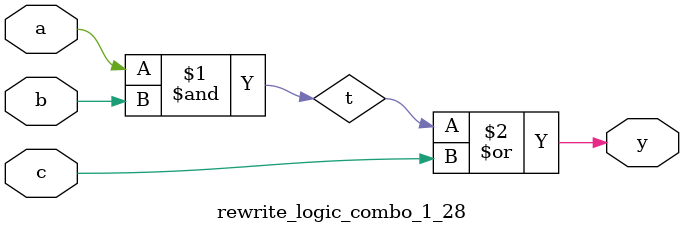
<source format=sv>
module rewrite_logic_combo_1_28(input logic a,b,c, output logic y);
  logic t;
  assign t = a & b;
  assign y = t | c;
endmodule

</source>
